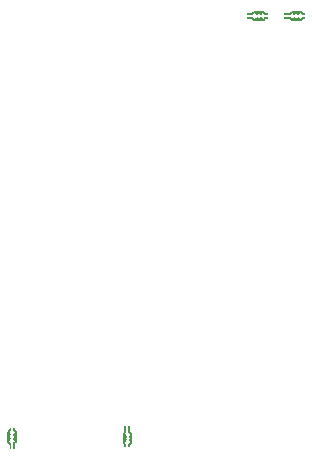
<source format=gbr>
G04 start of page 13 for group -4014 idx -4014 *
G04 Title: (unknown), bottompaste *
G04 Creator: pcb 4.2.0 *
G04 CreationDate: Sat Aug 29 22:46:39 2020 UTC *
G04 For: commonadmin *
G04 Format: Gerber/RS-274X *
G04 PCB-Dimensions (mil): 3500.00 4250.00 *
G04 PCB-Coordinate-Origin: lower left *
%MOIN*%
%FSLAX25Y25*%
%LNBOTTOMPASTE*%
%ADD131C,0.0001*%
%ADD130C,0.0060*%
G54D130*X185500Y156050D02*Y153050D01*
Y156050D02*X186200Y156750D01*
X185500Y153050D02*X186200Y152350D01*
G54D131*G36*
X186500Y152650D02*X185900D01*
Y150550D01*
X186500D01*
Y152650D01*
G37*
G36*
Y157550D02*X185900D01*
Y156450D01*
X186500D01*
Y157550D01*
G37*
G54D130*X185500Y153350D02*X186100Y153950D01*
X185500Y154550D02*X186100Y153950D01*
X185500Y155750D02*X186100Y155150D01*
X185500Y154550D02*X186100Y155150D01*
X188100Y156150D02*Y153050D01*
X187500Y156750D02*X188100Y156150D01*
X187500Y152450D02*X188100Y153050D01*
G54D131*G36*
X187800Y152750D02*X187200D01*
Y150550D01*
X187800D01*
Y152750D01*
G37*
G36*
Y157550D02*X187200D01*
Y156450D01*
X187800D01*
Y157550D01*
G37*
G54D130*X187400Y153950D02*X188100Y153250D01*
Y153050D01*
X187400Y153950D02*X188100Y154650D01*
X187400Y155150D02*X188100Y154450D01*
X187400Y155150D02*X188100Y155850D01*
X279950Y296200D02*X282950D01*
X283650Y295500D01*
X279250D02*X279950Y296200D01*
G54D131*G36*
X277450Y295800D02*Y295200D01*
X279550D01*
Y295800D01*
X277450D01*
G37*
G36*
X283350D02*Y295200D01*
X284450D01*
Y295800D01*
X283350D01*
G37*
G54D130*X280250Y296200D02*X280850Y295600D01*
X281450Y296200D01*
X282050Y295600D02*X282650Y296200D01*
X281450D02*X282050Y295600D01*
X279950Y293600D02*X283050D01*
X283650Y294200D01*
X279350D02*X279950Y293600D01*
G54D131*G36*
X277450Y294500D02*Y293900D01*
X279650D01*
Y294500D01*
X277450D01*
G37*
G36*
X283350D02*Y293900D01*
X284450D01*
Y294500D01*
X283350D01*
G37*
G54D130*X280150Y293600D02*X280850Y294300D01*
X279950Y293600D02*X280150D01*
X280850Y294300D02*X281550Y293600D01*
X281350D02*X282050Y294300D01*
X282750Y293600D01*
X267450Y296200D02*X270450D01*
X271150Y295500D01*
X266750D02*X267450Y296200D01*
G54D131*G36*
X264950Y295800D02*Y295200D01*
X267050D01*
Y295800D01*
X264950D01*
G37*
G36*
X270850D02*Y295200D01*
X271950D01*
Y295800D01*
X270850D01*
G37*
G54D130*X267750Y296200D02*X268350Y295600D01*
X268950Y296200D01*
X269550Y295600D02*X270150Y296200D01*
X268950D02*X269550Y295600D01*
X267450Y293600D02*X270550D01*
X271150Y294200D01*
X266850D02*X267450Y293600D01*
G54D131*G36*
X264950Y294500D02*Y293900D01*
X267150D01*
Y294500D01*
X264950D01*
G37*
G36*
X270850D02*Y293900D01*
X271950D01*
Y294500D01*
X270850D01*
G37*
G54D130*X267650Y293600D02*X268350Y294300D01*
X267450Y293600D02*X267650D01*
X268350Y294300D02*X269050Y293600D01*
X268850D02*X269550Y294300D01*
X270250Y293600D01*
X226500Y155600D02*Y152600D01*
X225800Y151900D02*X226500Y152600D01*
X225800Y156300D02*X226500Y155600D01*
G54D131*G36*
X226100Y158100D02*X225500D01*
Y156000D01*
X226100D01*
Y158100D01*
G37*
G36*
Y152200D02*X225500D01*
Y151100D01*
X226100D01*
Y152200D01*
G37*
G54D130*X225900Y154700D02*X226500Y155300D01*
X225900Y154700D02*X226500Y154100D01*
X225900Y153500D02*X226500Y152900D01*
X225900Y153500D02*X226500Y154100D01*
X223900Y155600D02*Y152500D01*
X224500Y151900D01*
X223900Y155600D02*X224500Y156200D01*
G54D131*G36*
X224800Y158100D02*X224200D01*
Y155900D01*
X224800D01*
Y158100D01*
G37*
G36*
Y152200D02*X224200D01*
Y151100D01*
X224800D01*
Y152200D01*
G37*
G54D130*X223900Y155400D02*X224600Y154700D01*
X223900Y155600D02*Y155400D01*
Y154000D02*X224600Y154700D01*
X223900Y154200D02*X224600Y153500D01*
X223900Y152800D02*X224600Y153500D01*
M02*

</source>
